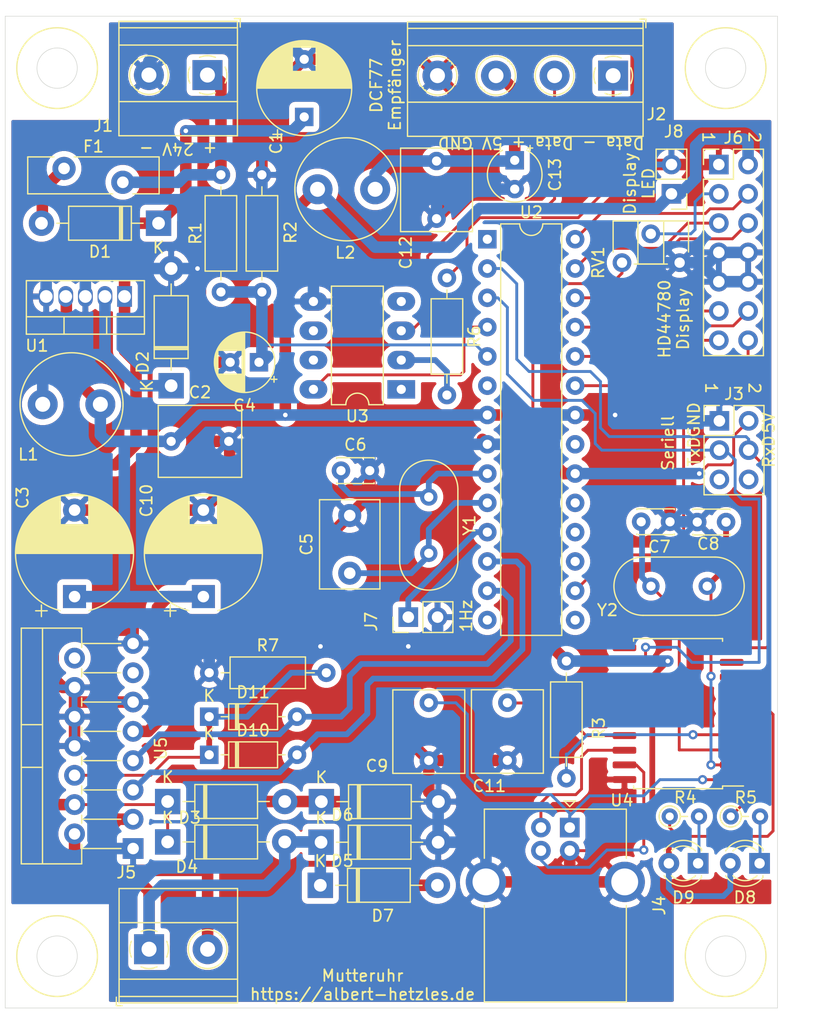
<source format=kicad_pcb>
(kicad_pcb (version 20221018) (generator pcbnew)
  (layers (0 "F.Cu" signal) (31 "B.Cu" signal) (34 "B.Paste" user) (35 "F.Paste" user) (36 "B.SilkS" user "B.Silkscreen") (37 "F.SilkS" user "F.Silkscreen") (38 "B.Mask" user) (39 "F.Mask" user) (44 "Edge.Cuts" user))
  (net 0 "")
  (net 1 "+24V")
  (net 2 "Net-(D1-Pad2)")
  (net 3 "GND")
  (net 4 "Net-(D2-Pad1)")
  (net 5 "Net-(D3-Pad2)")
  (net 6 "Net-(D4-Pad2)")
  (net 7 "Net-(U2-Pad1)")
  (net 8 "Net-(U2-Pad15)")
  (net 9 "Net-(U2-Pad17)")
  (net 10 "Net-(U2-Pad4)")
  (net 11 "Net-(U2-Pad18)")
  (net 12 "Net-(U2-Pad19)")
  (net 13 "Net-(U2-Pad6)")
  (net 14 "+5V")
  (net 15 "Net-(U2-Pad21)")
  (net 16 "Net-(C6-Pad1)")
  (net 17 "Net-(C5-Pad1)")
  (net 18 "Net-(U2-Pad14)")
  (net 19 "Net-(U4-Pad7)")
  (net 20 "Net-(U4-Pad8)")
  (net 21 "Net-(U4-Pad9)")
  (net 22 "Net-(U4-Pad11)")
  (net 23 "Net-(U4-Pad13)")
  (net 24 "Net-(U4-Pad14)")
  (net 25 "Net-(U4-Pad15)")
  (net 26 "Net-(U4-Pad16)")
  (net 27 "Net-(U5-Pad13)")
  (net 28 "Net-(U5-Pad14)")
  (net 29 "Net-(D10-Pad1)")
  (net 30 "/Ausgang_A")
  (net 31 "/Ausgang_B")
  (net 32 "/RxD")
  (net 33 "/D7")
  (net 34 "/TxD")
  (net 35 "/Spannungsausfallerkennung")
  (net 36 "/D6")
  (net 37 "/D5")
  (net 38 "/1Hz")
  (net 39 "/D4")
  (net 40 "/E")
  (net 41 "/RW")
  (net 42 "/RS")
  (net 43 "Net-(C11-Pad1)")
  (net 44 "Net-(C8-Pad1)")
  (net 45 "Net-(C7-Pad1)")
  (net 46 "Net-(R3-Pad1)")
  (net 47 "Net-(R5-Pad1)")
  (net 48 "Net-(R4-Pad1)")
  (net 49 "Net-(C9-Pad2)")
  (net 50 "Net-(J4-Pad2)")
  (net 51 "Net-(J4-Pad3)")
  (net 52 "/5V-DCF")
  (net 53 "Net-(D8-Pad1)")
  (net 54 "Net-(D9-Pad1)")
  (net 55 "Net-(F1-Pad2)")
  (net 56 "/Data-")
  (net 57 "/Data+")
  (net 58 "Net-(J3-Pad5)")
  (net 59 "Net-(J3-Pad6)")
  (net 60 "Net-(J6-Pad3)")
  (net 61 "Net-(R6-Pad2)")
  (net 62 "Net-(U3-Pad1)")
  (net 63 "Net-(U3-Pad6)")
  (net 64 "Net-(U3-Pad7)")
  (net 65 "Net-(U3-Pad4)")
  (footprint "Package_TO_SOT_THT:TO-220-5_Vertical" (layer "F.Cu") (at 163.85 42.3 180)
    (fp_text reference "U1")
    (fp_text value "GL2576-5.0TB5T")
  )
  (footprint "Package_DIP:DIP-28_W7.62mm" (layer "F.Cu") (at 195.326 37.338)
    (fp_text reference "U2")
    (fp_text value "ATmega328-PU")
  )
  (footprint "Package_SO:SOIC-20W_7.5x12.8mm_P1.27mm" (layer "F.Cu") (at 211.8741 78.4733 180)
    (fp_text reference "U4")
    (fp_text value "MCP2200-I-SO")
  )
  (footprint "Package_TO_SOT_THT:TO-220-15_P2.54x2.54mm_StaggerOdd_Lead4.58mm_Vertical" (layer "F.Cu") (at 164.592 90.17 90)
    (fp_text reference "U5")
    (fp_text value "L298HN")
  )
  (footprint "Diode_THT:D_DO-35_SOD27_P7.62mm_Horizontal" (layer "F.Cu") (at 171.196 78.74)
    (fp_text reference "D11")
    (fp_text value "1N4148")
  )
  (footprint "Capacitor_THT:CP_Radial_D8.0mm_P5.00mm" (layer "F.Cu") (at 179.4383 26.7335 90)
    (fp_text reference "C1")
    (fp_text value "1000uF / 35V")
  )
  (footprint "Capacitor_THT:CP_Radial_D10.0mm_P7.50mm" (layer "F.Cu") (at 159.512 68.326 90)
    (fp_text reference "C3")
    (fp_text value "4700uF / 10V")
  )
  (footprint "Capacitor_THT:C_Disc_D7.5mm_W5.0mm_P5.00mm" (layer "F.Cu") (at 183.388 66.294 90)
    (fp_text reference "C5")
    (fp_text value "3-60pF")
  )
  (footprint "Capacitor_THT:C_Disc_D3.0mm_W2.0mm_P2.50mm" (layer "F.Cu") (at 208.6756 61.8363)
    (fp_text reference "C7")
    (fp_text value "27pF")
  )
  (footprint "Capacitor_THT:C_Disc_D3.0mm_W2.0mm_P2.50mm" (layer "F.Cu") (at 216.0397 61.8617 180)
    (fp_text reference "C8")
    (fp_text value "27pF")
  )
  (footprint "Capacitor_THT:CP_Radial_D10.0mm_P7.50mm" (layer "F.Cu") (at 170.688 68.326 90)
    (fp_text reference "C10")
    (fp_text value "4700uF / 10V")
  )
  (footprint "Capacitor_THT:CP_Radial_Tantal_D4.5mm_P2.50mm" (layer "F.Cu") (at 197.7009 30.4927 -90)
    (fp_text reference "C13")
    (fp_text value "47uF / 10V")
  )
  (footprint "LED_THT:LED_D3.0mm_FlatTop" (layer "F.Cu") (at 218.948 91.4527 180)
    (fp_text reference "D8")
    (fp_text value "LED")
  )
  (footprint "LED_THT:LED_D3.0mm_FlatTop" (layer "F.Cu") (at 213.614 91.4527 180)
    (fp_text reference "D9")
    (fp_text value "LED")
  )
  (footprint "Connector_PinHeader_2.54mm:PinHeader_2x03_P2.54mm_Vertical" (layer "F.Cu") (at 215.46 53.086)
    (fp_text reference "J3")
    (fp_text value "Ext. Seriell Adapter")
  )
  (footprint "Connector_PinHeader_2.54mm:PinHeader_1x02_P2.54mm_Vertical" (layer "F.Cu") (at 188.468 70.104 90)
    (fp_text reference "J7")
    (fp_text value "1Hz")
  )
  (footprint "Inductor_THT:L_Radial_D8.7mm_P5.00mm_Fastron_07HCP" (layer "F.Cu") (at 156.75 51.65)
    (fp_text reference "L1")
    (fp_text value "100uH")
  )
  (footprint "Inductor_THT:L_Radial_D8.7mm_P5.00mm_Fastron_07HCP" (layer "F.Cu") (at 180.594 33.0073)
    (fp_text reference "L2")
    (fp_text value "1mH")
  )
  (footprint "Resistor_THT:R_Axial_DIN0207_L6.3mm_D2.5mm_P10.16mm_Horizontal" (layer "F.Cu") (at 175.768 41.91 90)
    (fp_text reference "R2")
    (fp_text value "8.2k")
  )
  (footprint "Resistor_THT:R_Axial_DIN0207_L6.3mm_D2.5mm_P10.16mm_Horizontal" (layer "F.Cu") (at 191.8208 40.6908 -90)
    (fp_text reference "R6")
    (fp_text value "1k")
  )
  (footprint "Resistor_THT:R_Axial_DIN0207_L6.3mm_D2.5mm_P10.16mm_Horizontal" (layer "F.Cu") (at 171.196 74.93)
    (fp_text reference "R7")
    (fp_text value "4.7k")
  )
  (footprint "Package_DIP:DIP-8_W7.62mm_LongPads" (layer "F.Cu") (at 187.8584 50.3555 180)
    (fp_text reference "U3")
    (fp_text value "6N138")
  )
  (footprint "Crystal:Crystal_HC49-U_Vertical" (layer "F.Cu") (at 209.5214 67.4243)
    (fp_text reference "Y2")
    (fp_text value "12Mhz")
  )
  (footprint "Potentiometer_THT:Potentiometer_ACP_CA6-H2,5_Horizontal" (layer "F.Cu") (at 207.01 39.37 90)
    (fp_text reference "RV1")
    (fp_text value "2k")
  )
  (footprint "Connector_USB:USB_B_OST_USB-B1HSxx_Horizontal" (layer "F.Cu") (at 202.4761 88.3539 -90)
    (fp_text reference "J4")
    (fp_text value "USB_A")
  )
  (footprint "Fuse:Fuse_Bourns_MF-RHT500" (layer "F.Cu") (at 158.6 31.2)
    (fp_text reference "F1")
    (fp_text value "Fuse")
  )
  (footprint "TerminalBlock_Phoenix:TerminalBlock_Phoenix_MKDS-1,5-2-5.08_1x02_P5.08mm_Horizontal" (layer "F.Cu") (at 171.0436 23.1013 180)
    (fp_text reference "J1")
    (fp_text value "Power 24V")
  )
  (footprint "TerminalBlock_Phoenix:TerminalBlock_Phoenix_MKDS-1,5-4-5.08_1x04_P5.08mm_Horizontal" (layer "F.Cu") (at 206.24 23.1521 180)
    (fp_text reference "J2")
    (fp_text value "DCF77 Empfänger")
  )
  (footprint "Diode_THT:D_DO-41_SOD81_P10.16mm_Horizontal" (layer "F.Cu") (at 166.8 35.95 180)
    (fp_text reference "D1")
    (fp_text value "1N5820")
  )
  (footprint "Resistor_THT:R_Axial_DIN0207_L6.3mm_D2.5mm_P10.16mm_Horizontal" (layer "F.Cu") (at 172.212 31.75 -90)
    (fp_text reference "R1")
    (fp_text value "50k")
  )
  (footprint "Crystal:Crystal_HC49-U_Vertical" (layer "F.Cu") (at 190.246 59.69 -90)
    (fp_text reference "Y1")
    (fp_text value "8Mhz")
  )
  (footprint "Diode_THT:D_DO-41_SOD81_P10.16mm_Horizontal" (layer "F.Cu") (at 167.894 50.038 90)
    (fp_text reference "D2")
    (fp_text value "1N5822")
  )
  (footprint "TerminalBlock_Phoenix:TerminalBlock_Phoenix_MKDS-1,5-2-5.08_1x02_P5.08mm_Horizontal" (layer "F.Cu") (at 165.9763 98.9)
    (fp_text reference "J5")
    (fp_text value "Uhr")
  )
  (footprint "Diode_THT:D_DO-41_SOD81_P10.16mm_Horizontal" (layer "F.Cu") (at 167.5892 89.5985)
    (fp_text reference "D4")
    (fp_text value "1N4004")
  )
  (footprint "Diode_THT:D_DO-41_SOD81_P10.16mm_Horizontal" (layer "F.Cu") (at 180.8353 93.3577)
    (fp_text reference "D7")
    (fp_text value "1N62xxCA")
  )
  (footprint "Diode_THT:D_DO-41_SOD81_P10.16mm_Horizontal" (layer "F.Cu") (at 180.8988 89.6239)
    (fp_text reference "D5")
    (fp_text value "1N4004")
  )
  (footprint "Diode_THT:D_DO-41_SOD81_P10.16mm_Horizontal" (layer "F.Cu") (at 167.5892 86.0933)
    (fp_text reference "D3")
    (fp_text value "1N4004")
  )
  (footprint "Diode_THT:D_DO-35_SOD27_P7.62mm_Horizontal" (layer "F.Cu") (at 171.196 82.042)
    (fp_text reference "D10")
    (fp_text value "1N4148")
  )
  (footprint "Capacitor_THT:CP_Radial_D5.0mm_P2.50mm" (layer "F.Cu") (at 175.514 48.006 180)
    (fp_text reference "C4")
    (fp_text value "10uF / 10V")
  )
  (footprint "Capacitor_THT:C_Disc_D3.0mm_W2.0mm_P2.50mm" (layer "F.Cu") (at 182.626 57.404)
    (fp_text reference "C6")
    (fp_text value "18pF")
  )
  (footprint "Connector_PinHeader_2.54mm:PinHeader_2x07_P2.54mm_Vertical" (layer "F.Cu") (at 215.41 30.86)
    (fp_text reference "J6")
    (fp_text value "Display")
  )
  (footprint "Resistor_THT:R_Axial_DIN0207_L6.3mm_D2.5mm_P10.16mm_Horizontal" (layer "F.Cu") (at 202.184 84.074 90)
    (fp_text reference "R3")
    (fp_text value "1k")
  )
  (footprint "Diode_THT:D_DO-41_SOD81_P10.16mm_Horizontal" (layer "F.Cu") (at 180.9242 86.106)
    (fp_text reference "D6")
    (fp_text value "1N4004")
  )
  (footprint "Resistor_THT:R_Axial_DIN0204_L3.6mm_D1.6mm_P2.54mm_Vertical" (layer "F.Cu") (at 211.1502 87.3887)
    (fp_text reference "R4")
    (fp_text value "560")
  )
  (footprint "Resistor_THT:R_Axial_DIN0204_L3.6mm_D1.6mm_P2.54mm_Vertical" (layer "F.Cu") (at 216.4461 87.3887)
    (fp_text reference "R5")
    (fp_text value "560")
  )
  (footprint "Capacitor_THT:C_Rect_L7.0mm_W6.0mm_P5.00mm" (layer "F.Cu") (at 167.894 54.864)
    (fp_text reference "C2")
    (fp_text value "1uF")
  )
  (footprint "Capacitor_THT:C_Rect_L7.0mm_W6.0mm_P5.00mm" (layer "F.Cu") (at 197.0659 82.5246 90)
    (fp_text reference "C9")
    (fp_text value "1uF")
  )
  (footprint "Capacitor_THT:C_Rect_L7.0mm_W6.0mm_P5.00mm" (layer "F.Cu") (at 190.246 77.5335 -90)
    (fp_text reference "C11")
    (fp_text value "1uF")
  )
  (footprint "Capacitor_THT:C_Rect_L7.0mm_W6.0mm_P5.00mm" (layer "F.Cu") (at 190.9191 30.5562 -90)
    (fp_text reference "C12")
    (fp_text value "1uF")
  )
  (footprint "Connector_PinHeader_2.54mm:PinHeader_1x02_P2.54mm_Vertical" (layer "F.Cu") (at 211.3 33.4 180)
    (fp_text reference "J8")
    (fp_text value "LED Display")
  )
  (gr_circle (center 216 99.5) (end 219.5 99.5) (stroke (width 0.12)) (fill none) (layer "F.SilkS"))
  (gr_circle (center 216 22.5) (end 219.5 22.5) (stroke (width 0.12)) (fill none) (layer "F.SilkS"))
  (gr_circle (center 158 99.5) (end 161.5 99.5) (stroke (width 0.12)) (fill none) (layer "F.SilkS"))
  (gr_circle (center 158 22.5) (end 161.5 22.5) (stroke (width 0.12)) (fill none) (layer "F.SilkS"))
  (gr_line (start 220.5 104) (end 153.5 104) (stroke (width 0.05)) (layer "Edge.Cuts"))
  (gr_line (start 153.5 104) (end 153.5 18) (stroke (width 0.05)) (layer "Edge.Cuts"))
  (gr_circle (center 158 99.5) (end 159.75 99.5) (stroke (width 0.05)) (fill none) (layer "Edge.Cuts"))
  (gr_line (start 153.5 18) (end 220.5 18) (stroke (width 0.05)) (layer "Edge.Cuts"))
  (gr_circle (center 216 99.5) (end 217.75 99.5) (stroke (width 0.05)) (fill none) (layer "Edge.Cuts"))
  (gr_circle (center 158 22.5) (end 159.75 22.5) (stroke (width 0.05)) (fill none) (layer "Edge.Cuts"))
  (gr_circle (center 216 22.5) (end 217.75 22.5) (stroke (width 0.05)) (fill none) (layer "Edge.Cuts"))
  (gr_line (start 220.5 18) (end 220.5 104) (stroke (width 0.05)) (layer "Edge.Cuts"))
  (gr_text "2" (at 218.5 50.25 270) (layer "F.SilkS") (effects (font (size 1 1))))
  (gr_text "5V" (at 219.75 53.25 90) (layer "F.SilkS") (effects (font (size 1 1))))
  (gr_text "1Hz" (at 193.5 70 90) (layer "F.SilkS") (effects (font (size 1 1))))
  (gr_text "Seriell" (at 211 55 90) (layer "F.SilkS") (effects (font (size 1 1))))
  (gr_text "TxD" (at 213.25 55.75 90) (layer "F.SilkS") (effects (font (size 1 1))))
  (gr_text "HD44780\nDisplay" (at 211.5 44.25 90) (layer "F.SilkS") (effects (font (size 1 1))))
  (gr_text "Display\nLED" (at 208.5 32.5 90) (layer "F.SilkS") (effects (font (size 1 1))))
  (gr_text "1" (at 214.75 50.25 270) (layer "F.SilkS") (effects (font (size 1 1))))
  (gr_text "RxD" (at 219.75 55.75 90) (layer "F.SilkS") (effects (font (size 1 1))))
  (gr_text "+ 24V -" (at 168.5 29.5 180) (layer "F.SilkS") (effects (font (size 1 1))))
  (gr_text "1" (at 214.5 28.5 270) (layer "F.SilkS") (effects (font (size 1 1))))
  (gr_text "2" (at 218.5 28.5 270) (layer "F.SilkS") (effects (font (size 1 1))))
  (gr_text "Data - Data + 5V GND" (at 200 29 180) (layer "F.SilkS") (effects (font (size 1 1))))
  (gr_text "Mutteruhr\nhttps://albert-hetzles.de" (at 184.5 102) (layer "F.SilkS") (effects (font (size 1 1))))
  (gr_text "GND" (at 213.25 53 90) (layer "F.SilkS") (effects (font (size 1 1))))
  (gr_text "DCF77\nEmpfänger" (at 186.5 24 90) (layer "F.SilkS") (effects (font (size 1 1))))
  (segment (start 169.164 27.94) (end 169.164 33.586) (width 1) (layer "F.Cu") (net 1))
  (segment (start 156.718 56.896) (end 156.21 57.404) (width 1) (layer "F.Cu") (net 1))
  (segment (start 163.068 56.896) (end 156.718 56.896) (width 1) (layer "F.Cu") (net 1))
  (segment (start 169.164 27.94) (end 169.164 27.94) (width 1) (layer "F.Cu") (net 1))
  (segment (start 164.846 48.006) (end 164.846 55.118) (width 1) (layer "F.Cu") (net 1))
  (segment (start 167.3225 86.36) (end 167.5892 86.0933) (width 0.25) (layer "F.Cu") (net 1))
  (segment (start 163.85 47.01) (end 164.846 48.006) (width 1) (layer "F.Cu") (net 1))
  (segment (start 163.85 42.3) (end 163.85 47.01) (width 1) (layer "F.Cu") (net 1))
  (segment (start 157.7213 86.36) (end 159.512 86.36) (width 1) (layer "F.Cu") (net 1))
  (segment (start 167.5892 86.0933) (end 167.5892 89.5985) (width 0.25) (layer "F.Cu") (net 1))
  (segment (start 169.164 33.586) (end 166.8 35.95) (width 1) (layer "F.Cu") (net 1))
  (segment (start 166.8 35.95) (end 164.964 35.95) (width 1) (layer "F.Cu") (net 1))
  (segment (start 159.512 86.36) (end 167.3225 86.36) (width 0.25) (layer "F.Cu") (net 1))
  (segment (start 164.846 55.118) (end 163.068 56.896) (width 1) (layer "F.Cu") (net 1))
  (segment (start 156.21 84.8487) (end 157.7213 86.36) (width 1) (layer "F.Cu") (net 1))
  (segment (start 164.964 35.95) (end 163.85 37.064) (width 1) (layer "F.Cu") (net 1))
  (segment (start 156.21 57.404) (end 156.21 84.8487) (width 1) (layer "F.Cu") (net 1))
  (segment (start 163.85 37.064) (end 163.85 42.3) (width 1) (layer "F.Cu") (net 1))
  (via (at 169.164 27.94) (size 0.8) (drill 0.4) (layers "F.Cu" "B.Cu") (net 1))
  (segment (start 178.44 27.94) (end 179.4383 26.9417) (width 1) (layer "B.Cu") (net 1))
  (segment (start 179.4383 26.9417) (end 179.4383 26.7335) (width 1) (layer "B.Cu") (net 1))
  (segment (start 169.164 27.94) (end 178.44 27.94) (width 1) (layer "B.Cu") (net 1))
  (segment (start 158.6 31.2) (end 156.718 33.082) (width 1) (layer "F.Cu") (net 2))
  (segment (start 156.718 33.082) (end 156.718 35.872) (width 1) (layer "F.Cu") (net 2))
  (segment (start 156.718 35.872) (end 156.64 35.95) (width 1) (layer "F.Cu") (net 2))
  (segment (start 180.848 72.644) (end 180.848 72.644) (width 1) (layer "F.Cu") (net 3))
  (segment (start 206.4131 52.578) (end 206.4131 53.7869) (width 1) (layer "F.Cu") (net 3))
  (segment (start 159.766 77.47) (end 159.512 77.724) (width 1) (layer "F.Cu") (net 3))
  (segment (start 195.2061 93.0639) (end 202.1361 93.0639) (width 1) (layer "F.Cu") (net 3))
  (segment (start 193.4045 33.0708) (end 193.4045 25.742) (width 1) (layer "F.Cu") (net 3))
  (segment (start 205.5117 84.1883) (end 207.2241 84.1883) (width 0.25) (layer "F.Cu") (net 3))
  (segment (start 164.592 77.47) (end 159.766 77.47) (width 1) (layer "F.Cu") (net 3))
  (segment (start 191 23.1521) (end 193.4972 25.6493) (width 1) (layer "F.Cu") (net 3))
  (segment (start 170.688 60.826) (end 172.974 58.54) (width 1) (layer "F.Cu") (net 3))
  (segment (start 173.014 48.006) (end 170.434 48.006) (width 1) (layer "F.Cu") (net 3))
  (segment (start 202.4761 90.3539) (end 204.0461 90.3539) (width 0.25) (layer "F.Cu") (net 3))
  (segment (start 188.468 80.899) (end 188.6115 80.899) (width 1) (layer "F.Cu") (net 3))
  (segment (start 164.712 60.826) (end 170.688 60.826) (width 1) (layer "F.Cu") (net 3))
  (segment (start 205 89.4) (end 205 84.7) (width 0.25) (layer "F.Cu") (net 3))
  (segment (start 164.592 71.2343) (end 164.592 60.946) (width 1) (layer "F.Cu") (net 3))
  (segment (start 189.5814 21.7335) (end 191 23.1521) (width 1) (layer "F.Cu") (net 3))
  (segment (start 185.126 59.556) (end 183.388 61.294) (width 1) (layer "F.Cu") (net 3))
  (segment (start 193.7686 20.3835) (end 207.7085 20.3835) (width 1) (layer "F.Cu") (net 3))
  (segment (start 158.496 76.2) (end 157.6578 75.3618) (width 1) (layer "F.Cu") (net 3))
  (segment (start 190.246 85.2678) (end 191.0842 86.106) (width 1) (layer "F.Cu") (net 3))
  (segment (start 157.6578 72.7202) (end 159.1437 71.2343) (width 1) (layer "F.Cu") (net 3))
  (segment (start 179.4383 21.7335) (end 189.5814 21.7335) (width 1) (layer "F.Cu") (net 3))
  (segment (start 159.512 77.724) (end 159.512 81.28) (width 1) (layer "F.Cu") (net 3))
  (segment (start 206.4 53.8) (end 206.4 57.7) (width 1) (layer "F.Cu") (net 3))
  (segment (start 197.057 82.5335) (end 197.0659 82.5246) (width 1) (layer "F.Cu") (net 3))
  (segment (start 205 84.7) (end 205.5117 84.1883) (width 0.25) (layer "F.Cu") (net 3))
  (segment (start 159.512 76.2) (end 159.512 77.724) (width 1) (layer "F.Cu") (net 3))
  (segment (start 211.1756 59.7756) (end 211.1756 61.8363) (width 1) (layer "F.Cu") (net 3))
  (segment (start 208.240001 20.915001) (end 208.240001 29.970101) (width 1) (layer "F.Cu") (net 3))
  (segment (start 191 23.1521) (end 193.7686 20.3835) (width 1) (layer "F.Cu") (net 3))
  (segment (start 211.3 30.86) (end 215.41 30.86) (width 1) (layer "F.Cu") (net 3))
  (segment (start 202.4761 90.3539) (end 202.4761 92.7239) (width 1) (layer "F.Cu") (net 3))
  (segment (start 185.126 57.404) (end 185.126 59.556) (width 1) (layer "F.Cu") (net 3))
  (segment (start 202.4761 92.7239) (end 202.1361 93.0639) (width 1) (layer "F.Cu") (net 3))
  (segment (start 164.592 72.39) (end 164.592 71.2343) (width 1) (layer "F.Cu") (net 3))
  (segment (start 172.974 58.54) (end 172.974 54.944) (width 1) (layer "F.Cu") (net 3))
  (segment (start 202.946 52.578) (end 206.4131 52.578) (width 1) (layer "F.Cu") (net 3))
  (segment (start 171.196 54.864) (end 170.434 54.102) (width 1) (layer "F.Cu") (net 3))
  (segment (start 170.434 48.006) (end 170.434 40.132) (width 1) (layer "F.Cu") (net 3))
  (segment (start 172.894 54.864) (end 171.196 54.864) (width 1) (layer "F.Cu") (net 3))
  (segment (start 211.3 30.86) (end 209.1299 30.86) (width 1) (layer "F.Cu") (net 3))
  (segment (start 183.388 61.294) (end 180.848 63.834) (width 1) (layer "F.Cu") (net 3))
  (segment (start 188.6115 80.899) (end 190.246 82.5335) (width 1) (layer "F.Cu") (net 3))
  (segment (start 164.592 60.946) (end 164.712 60.826) (width 1) (layer "F.Cu") (net 3))
  (segment (start 180.848 63.834) (end 180.848 72.644) (width 1) (layer "F.Cu") (net 3))
  (segment (start 190.246 82.5335) (end 197.057 82.5335) (width 1) (layer "F.Cu") (net 3))
  (segment (start 194.898 54.69) (end 195.326 55.118) (width 1) (layer "F.Cu") (net 3))
  (segment (start 206.4 57.7) (end 207.8 59.1) (width 1) (layer "F.Cu") (net 3))
  (segment (start 159.512 60.826) (end 164.712 60.826) (width 1) (layer "F.Cu") (net 3))
  (segment (start 172.974 54.944) (end 172.894 54.864) (width 1) (layer "F.Cu") (net 3))
  (segment (start 206.4131 52.578) (end 206.4131 52.578) (width 1) (layer "F.Cu") (net 3))
  (segment (start 159.1437 71.2343) (end 164.592 71.2343) (width 1) (layer "F.Cu") (net 3))
  (segment (start 207.7085 20.3835) (end 208.240001 20.915001) (width 1) (layer "F.Cu") (net 3))
  (segment (start 157.6578 75.3618) (end 157.6578 72.7202) (width 1) (layer "F.Cu") (net 3))
  (segment (start 159.512 76.2) (end 158.496 76.2) (width 1) (layer "F.Cu") (net 3))
  (segment (start 188.468 72.644) (end 188.468 80.899) (width 1) (layer "F.Cu") (net 3))
  (segment (start 204.0461 90.3539) (end 205 89.4) (width 0.25) (layer "F.Cu") (net 3))
  (segment (start 170.434 54.102) (end 170.434 48.006) (width 1) (layer "F.Cu") (net 3))
  (segment (start 190.9191 35.5562) (end 193.4045 33.0708) (width 1) (layer "F.Cu") (net 3))
  (segment (start 207.8 59.1) (end 210.5 59.1) (width 1) (layer "F.Cu") (net 3))
  (segment (start 210.5 59.1) (end 211.1756 59.7756) (width 1) (layer "F.Cu") (net 3))
  (segment (start 175.768 31.75) (end 175.768 25.4038) (width 1) (layer "F.Cu") (net 3))
  (segment (start 170.434 40.132) (end 170.18 39.878) (width 1) (layer "F.Cu") (net 3))
  (segment (start 202.1361 93.0639) (end 207.2461 93.0639) (width 1) (layer "F.Cu") (net 3))
  (segment (start 209.1299 30.86) (end 208.240001 29.970101) (width 1) (layer "F.Cu") (net 3))
  (segment (start 190.246 82.5335) (end 190.246 85.2678) (width 1) (layer "F.Cu") (net 3))
  (segment (start 206.4131 53.7869) (end 206.4 53.8) (width 1) (layer "F.Cu") (net 3))
  (segment (start 193.4045 25.742) (end 193.4972 25.6493) (width 1) (layer "F.Cu") (net 3))
  (segment (start 175.768 25.4038) (end 179.4383 21.7335) (width 1) (layer "F.Cu") (net 3))
  (via (at 188.468 72.644) (size 0.8) (drill 0.4) (layers "F.Cu" "B.Cu") (net 3))
  (via (at 180.848 72.644) (size 0.8) (drill 0.4) (layers "F.Cu" "B.Cu") (net 3))
  (via (at 170.18 39.878) (size 0.8) (drill 0.4) (layers "F.Cu" "B.Cu") (net 3))
  (via (at 206.4131 52.578) (size 0.8) (drill 0.4) (layers "F.Cu" "B.Cu") (net 3))
  (segment (start 170.18 39.878) (end 167.894 39.878) (width 1) (layer "B.Cu") (net 3))
  (segment (start 188.468 72.644) (end 191.008 72.644) (width 1) (layer "B.Cu") (net 3))
  (segment (start 167.7543 20.1295) (end 177.8343 20.1295) (width 1) (layer "B.Cu") (net 3))
  (segment (start 165.9603 21.9235) (end 167.7543 20.1295) (width 1) (layer "B.Cu") (net 3))
  (segment (start 177.8343 20.1295) (end 179.4383 21.7335) (width 1) (layer "B.Cu") (net 3))
  (segment (start 165.9603 23.0095) (end 165.9603 21.9235) (width 1) (layer "B.Cu") (net 3))
  (segment (start 160.4518 81.28) (end 159.512 81.28) (width 1) (layer "B.Cu") (net 3))
  (segment (start 173.148 55.118) (end 172.894 54.864) (width 1) (layer "B.Cu") (net 3))
  (segment (start 206.9211 53.086) (end 206.4131 52.578) (width 1) (layer "B.Cu") (net 3))
  (segment (start 191.008 72.644) (end 191.008 70.104) (width 1) (layer "B.Cu") (net 3))
  (segment (start 197.7009 32.9927) (end 191.6449 32.9927) (width 1) (layer "B.Cu") (net 3))
  (segment (start 161.112001 81.940201) (end 160.4518 81.28) (width 1) (layer "B.Cu") (net 3))
  (segment (start 171.958 72.644) (end 171.196 73.406) (width 1) (layer "B.Cu") (net 3))
  (segment (start 214.52 39.37) (end 215.41 38.48) (width 1) (layer "B.Cu") (net 3))
  (segment (start 185.166 55.118) (end 173.148 55.118) (width 1) (layer "B.Cu") (net 3))
  (segment (start 180.848 72.644) (end 171.958 72.644) (width 1) (layer "B.Cu") (net 3))
  (segment (start 160.02 39.878) (end 158.496 39.878) (width 1) (layer "B.Cu") (net 3))
  (segment (start 213.5143 61.8363) (end 213.5397 61.8617) (width 1) (layer "B.Cu") (net 3))
  (segment (start 215.41 38.48) (end 217.95 38.48) (width 1) (layer "B.Cu") (net 3))
  (segment (start 206.4131 43.2054) (end 210.2485 39.37) (width 1) (layer "B.Cu") (net 3))
  (segment (start 211.201 61.8617) (end 211.1756 61.8363) (width 1) (layer "B.Cu") (net 3))
  (segment (start 215.46 53.086) (end 206.9211 53.086) (width 1) (layer "B.Cu") (net 3))
  (segment (start 161.8869 90.17) (end 161.112001 89.395101) (width 1) (layer "B.Cu") (net 3))
  (segment (start 212.01 39.37) (end 214.28 39.37) (width 1) (layer "B.Cu") (net 3))
  (segment (start 175.378 39.878) (end 179.628 39.878) (width 1) (layer "B.Cu") (net 3))
  (segment (start 157.734 39.878) (end 158.496 39.878) (width 1) (layer "B.Cu") (net 3))
  (segment (start 191.0588 86.1314) (end 191.0842 86.106) (width 1) (layer "B.Cu") (net 3))
  (segment (start 191.0588 89.6239) (end 191.0588 86.1314) (width 1) (layer "B.Cu") (net 3))
  (segment (start 211.1756 61.8363) (end 213.5143 61.8363) (width 1) (layer "B.Cu") (net 3))
  (segment (start 214.28 39.37) (end 214.52 39.37) (width 1) (layer "B.Cu") (net 3))
  (segment (start 185.126 57.404) (end 185.126 55.158) (width 1) (layer "B.Cu") (net 3))
  (segment (start 191.0588 89.6239) (end 193.9036 89.6239) (width 1) (layer "B.Cu") (net 3))
  (segment (start 175.768 31.75) (end 175.768 39.488) (width 1) (layer "B.Cu") (net 3))
  (segment (start 170.18 39.878) (end 175.378 39.878) (width 1) (layer "B.Cu") (net 3))
  (segment (start 195.326 55.118) (end 198.482 55.118) (width 1) (layer "B.Cu") (net 3))
  (segment (start 161.112001 89.395101) (end 161.112001 81.940201) (width 1) (layer "B.Cu") (net 3))
  (segment (start 198.482 55.118) (end 201.022 52.578) (width 1) (layer "B.Cu") (net 3))
  (segment (start 185.126 55.158) (end 185.166 55.118) (width 1) (layer "B.Cu") (net 3))
  (segment (start 195.2061 90.9264) (end 195.2061 93.0639) (width 1) (layer "B.Cu") (net 3))
  (segment (start 190.9191 33.7185) (end 190.9191 35.5562) (width 1) (layer "B.Cu") (net 3))
  (segment (start 214.28 39.89) (end 214.28 39.37) (width 1) (layer "B.Cu") (net 3))
  (segment (start 180.848 72.644) (end 188.468 72.644) (width 1) (layer "B.Cu") (net 3))
  (segment (start 157.05 42.3) (end 157.05 40.562) (width 1) (layer "B.Cu") (net 3))
  (segment (start 164.592 90.17) (end 161.8869 90.17) (width 1) (layer "B.Cu") (net 3))
  (segment (start 160.45 42.3) (end 160.45 40.308) (width 1) (layer "B.Cu") (net 3))
  (segment (start 160.45 40.308) (end 160.02 39.878) (width 1) (layer "B.Cu") (net 3))
  (segment (start 179.628 39.878) (end 180.2384 40.4884) (width 1) (layer "B.Cu") (net 3))
  (segment (start 171.196 73.406) (end 171.196 74.93) (width 1) (layer "B.Cu") (net 3))
  (segment (start 191.6449 32.9927) (end 190.9191 33.7185) (width 1) (layer "B.Cu") (net 3))
  (segment (start 180.2384 40.4884) (end 180.2384 42.7355) (width 1) (layer "B.Cu") (net 3))
  (segment (start 195.326 55.118) (end 185.166 55.118) (width 1) (layer "B.Cu") (net 3))
  (segment (start 217.95 41.02) (end 215.41 41.02) (width 1) (layer "B.Cu") (net 3))
  (segment (start 215.41 41.02) (end 214.28 39.89) (width 1) (layer "B.Cu") (net 3))
  (segment (start 206.4131 52.578) (end 206.4131 43.2054) (width 1) (layer "B.Cu") (net 3))
  (segment (start 193.9036 89.6239) (end 195.2061 90.9264) (width 1) (layer "B.Cu") (net 3))
  (segment (start 210.2485 39.37) (end 212.01 39.37) (width 1) (layer "B.Cu") (net 3))
  (segment (start 157.05 40.562) (end 157.734 39.878) (width 1) (layer "B.Cu") (net 3))
  (segment (start 167.894 39.878) (end 160.02 39.878) (width 1) (layer "B.Cu") (net 3))
  (segment (start 175.768 39.488) (end 175.378 39.878) (width 1) (layer "B.Cu") (net 3))
  (segment (start 201.022 52.578) (end 202.946 52.578) (width 1) (layer "B.Cu") (net 3))
  (segment (start 162.15 47.342) (end 158.758 47.342) (width 1) (layer "B.Cu") (net 4))
  (segment (start 156.75 49.35) (end 156.75 51.65) (width 1) (layer "B.Cu") (net 4))
  (segment (start 164.846 50.038) (end 167.894 50.038) (width 1) (layer "B.Cu") (net 4))
  (segment (start 162.15 47.342) (end 164.846 50.038) (width 1) (layer "B.Cu") (net 4))
  (segment (start 158.758 47.342) (end 156.75 49.35) (width 1) (layer "B.Cu") (net 4))
  (segment (start 162.15 42.3) (end 162.15 47.342) (width 1) (layer "B.Cu") (net 4))
  (segment (start 171.7929 86.0933) (end 173.3804 86.0933) (width 1) (layer "F.Cu") (net 5))
  (segment (start 185.9407 87.0458) (end 185.9407 92.6084) (width 1) (layer "F.Cu") (net 5))
  (segment (start 173.3804 86.0933) (end 177.7492 86.0933) (width 1) (layer "F.Cu") (net 5))
  (segment (start 171.0563 91.948) (end 171.0563 86.8299) (width 1) (layer "F.Cu") (net 5))
  (segment (start 185.9407 92.6084) (end 186.69 93.3577) (width 1) (layer "F.Cu") (net 5))
  (segment (start 170.942 92.0623) (end 171.0563 91.948) (width 1) (layer "F.Cu") (net 5))
  (segment (start 163.1061 92.0623) (end 170.942 92.0623) (width 1) (layer "F.Cu") (net 5))
  (segment (start 185.0009 86.106) (end 185.9407 87.0458) (width 1) (layer "F.Cu") (net 5))
  (segment (start 177.7492 86.0933) (end 180.9115 86.0933) (width 1) (layer "F.Cu") (net 5))
  (segment (start 171.0563 98.9) (end 171.0563 91.948) (width 1) (layer "F.Cu") (net 5))
  (segment (start 180.9242 86.106) (end 185.0009 86.106) (width 1) (layer "F.Cu") (net 5))
  (segment (start 186.69 93.3577) (end 190.9953 93.3577) (width 1) (layer "F.Cu") (net 5))
  (segment (start 163.319208 87.63) (end 162.4584 88.490808) (width 1) (layer "F.Cu") (net 5))
  (segment (start 164.592 87.63) (end 163.319208 87.63) (width 1) (layer "F.Cu") (net 5))
  (segment (start 171.0563 86.8299) (end 171.7929 86.0933) (width 1) (layer "F.Cu") (net 5))
  (segment (start 180.9115 86.0933) (end 180.9242 86.106) (width 1) (layer "F.Cu") (net 5))
  (segment (start 162.4584 88.490808) (end 162.4584 91.4146) (width 1) (layer "F.Cu") (net 5))
  (segment (start 162.4584 91.4146) (end 163.1061 92.0623) (width 1) (layer "F.Cu") (net 5))
  (segment (start 177.7492 86.6394) (end 177.7492 86.0933) (width 0.25) (layer "B.Cu") (net 5))
  (segment (start 159.512 90.5129) (end 162.3187 93.3196) (width 1) (layer "F.Cu") (net 6))
  (segment (start 165.9763 93.8784) (end 165.9763 98.9) (width 1) (layer "F.Cu") (net 6))
  (segment (start 162.3187 93.3196) (end 165.4175 93.3196) (width 1) (layer "F.Cu") (net 6))
  (segment (start 165.4175 93.3196) (end 165.9763 93.8784) (width 1) (layer "F.Cu") (net 6))
  (segment (start 159.512 88.9) (end 159.512 90.5129) (width 1) (layer "F.Cu") (net 6))
  (segment (start 180.8353 89.6874) (end 180.8988 89.6239) (width 1) (layer "B.Cu") (net 6))
  (segment (start 177.7492 89.5985) (end 180.8734 89.5985) (width 1) (layer "B.Cu") (net 6))
  (segment (start 177.7492 89.5985) (end 177.7492 91.7321) (width 1) (layer "B.Cu") (net 6))
  (segment (start 165.9763 94.5261) (end 165.9763 98.9) (width 1) (layer "B.Cu") (net 6))
  (segment (start 180.8734 89.5985) (end 180.8988 89.6239) (width 1) (layer "B.Cu") (net 6))
  (segment (start 176.1236 93.3577) (end 167.1447 93.3577) (width 1) (layer "B.Cu") (net 6))
  (segment (start 167.1447 93.3577) (end 165.9763 94.5261) (width 1) (layer "B.Cu") (net 6))
  (segment (start 180.8353 93.3577) (end 180.8353 89.6874) (width 1) (layer "B.Cu") (net 6))
  (segment (start 177.7492 91.7321) (end 176.1236 93.3577) (width 1) (layer "B.Cu") (net 6))
  (segment (start 193.742 44.958) (end 195.326 44.958) (width 0.25) (layer "F.Cu") (net 10))
  (segment (start 193.3 45.4) (end 193.742 44.958) (width 0.25) (layer "F.Cu") (net 10))
  (segment (start 181.4939 49.1) (end 193 49.1) (width 0.25) (layer "F.Cu") (net 10))
  (segment (start 180.2384 50.3555) (end 180.3945 50.3555) (width 0.25) (layer "F.Cu") (net 10))
  (segment (start 193.3 48.8) (end 193.3 45.4) (width 0.25) (layer "F.Cu") (net 10))
  (segment (start 180.2384 50.3555) (end 181.4939 49.1) (width 0.25) (layer "F.Cu") (net 10))
  (segment (start 193 49.1) (end 193.3 48.8) (width 0.25) (layer "F.Cu") (net 10))
  (segment (start 199.278 52.578) (end 199.278 42.1236) (width 0.25) (layer "F.Cu") (net 14))
  (segment (start 167.6654 68.326) (end 170.688 68.326) (width 1) (layer "F.Cu") (net 14))
  (segment (start 214.4736 56.9) (end 213.7156 57.658) (width 0.25) (layer "F.Cu") (net 14))
  (segment (start 211.0486 73.9766) (end 210.986 73.914) (width 0.25) (layer "F.Cu") (net 14))
  (segment (start 202.184 73.914) (end 201.1 72.83) (width 1) (layer "F.Cu") (net 14))
  (segment (start 164.592 80.01) (end 165.9001 80.01) (width 1) (layer "F.Cu") (net 14))
  (segment (start 177.8 52.578) (end 177.8 35.7) (width 1) (layer "F.Cu") (net 14))
  (segment (start 211.074 89.9287) (end 209.6389 88.4936) (width 0.5) (layer "F.Cu") (net 14))
  (segment (start 161.75 51.65) (end 158.8 48.7) (width 1) (layer "F.Cu") (net 14))
  (segment (start 216.7 54.386) (end 216.7 56.65) (width 0.25) (layer "F.Cu") (net 14))
  (segment (start 201.1 57) (end 201.2 56.9) (width 1) (layer "F.Cu") (net 14))
  (segment (start 209.6389 75.2611) (end 210.986 73.914) (width 0.5) (layer "F.Cu") (net 14))
  (segment (start 177.8 35.7) (end 180.4927 33.0073) (width 1) (layer "F.Cu") (net 14))
  (segment (start 166.7002 69.2912) (end 167.6654 68.326) (width 1) (layer "F.Cu") (net 14))
  (segment (start 211.074 91.4527) (end 211.074 89.9287) (width 0.5) (layer "F.Cu") (net 14))
  (segment (start 216.45 56.9) (end 214.4736 56.9) (width 0.25) (layer "F.Cu") (net 14))
  (segment (start 158.8 42.35) (end 158.75 42.3) (width 1) (layer "F.Cu") (net 14))
  (segment (start 200.2155 41.1861) (end 206.1083 41.1861) (width 0.25) (layer "F.Cu") (net 14))
  (segment (start 200.5 53.8) (end 200.5 56.2) (width 1) (layer "F.Cu") (net 14))
  (segment (start 209.6389 88.4936) (end 209.6389 75.2611) (width 0.5) (layer "F.Cu") (net 14))
  (segment (start 199.278 52.578) (end 200.5 53.8) (width 1) (layer "F.Cu") (net 14))
  (segment (start 201.2 56.9) (end 201.958 57.658) (width 1) (layer "F.Cu") (net 14))
  (segment (start 165.9001 80.01) (end 166.7002 79.2099) (width 1) (layer "F.Cu") (net 14))
  (segment (start 166.7002 79.2099) (end 166.7002 69.2912) (width 1) (layer "F.Cu") (net 14))
  (segment (start 195.326 52.578) (end 199.278 52.578) (width 1) (layer "F.Cu") (net 14))
  (segment (start 216.7 56.65) (end 216.45 56.9) (width 0.25) (layer "F.Cu") (net 14))
  (segment (start 199.278 42.1236) (end 200.2155 41.1861) (width 0.25) (layer "F.Cu") (net 14))
  (segment (start 180.4927 33.0073) (end 180.594 33.0073) (width 1) (layer "F.Cu") (net 14))
  (segment (start 158.8 48.7) (end 158.8 42.35) (width 1) (layer "F.Cu") (net 14))
  (segment (start 207.01 40.2844) (end 207.01 39.37) (width 0.25) (layer "F.Cu") (net 14))
  (segment (start 201.1 72.83) (end 201.1 57) (width 1) (layer "F.Cu") (net 14))
  (segment (start 218 53.086) (end 216.7 54.386) (width 0.25) (layer "F.Cu") (net 14))
  (segment (start 206.1083 41.1861) (end 207.01 40.2844) (width 0.25) (layer "F.Cu") (net 14))
  (segment (start 201.958 57.658) (end 202.946 57.658) (width 1) (layer "F.Cu") (net 14))
  (segment (start 200.5 56.2) (end 201.2 56.9) (width 1) (layer "F.Cu") (net 14))
  (via (at 177.8 52.578) (size 0.8) (drill 0.4) (layers "F.Cu" "B.Cu") (net 14))
  (via (at 213.7156 57.658) (size 0.8) (drill 0.4) (layers "F.Cu" "B.Cu") (net 14))
  (via (at 210.986 73.914) (size 0.8) (drill 0.4) (layers "F.Cu" "B.Cu") (net 14))
  (segment (start 177.8 52.578) (end 170.434 52.578) (width 1) (layer "B.Cu") (net 14))
  (segment (start 210.986 73.914) (end 210.986 73.914) (width 1) (layer "B.Cu") (net 14))
  (segment (start 213.7156 57.658) (end 213.7156 57.658) (width 1) (layer "B.Cu") (net 14))
  (segment (start 193.1797 36.1442) (end 194.6402 34.6837) (width 1) (layer "B.Cu") (net 14))
  (segment (start 195.326 52.578) (end 177.8 52.578) (width 1) (layer "B.Cu") (net 14))
  (segment (start 216.408 93.7006) (end 216.408 91.4527) (width 0.5) (layer "B.Cu") (net 14))
  (segment (start 164.084 68.326) (end 170.688 68.326) (width 1) (layer "B.Cu") (net 14))
  (segment (start 161.75 51.65) (end 161.75 54.308) (width 1) (layer "B.Cu") (net 14))
  (segment (start 217.6 28.65) (end 217.95 29) (width 1) (layer "B.Cu") (net 14))
  (segment (start 212.05 33.4) (end 213.4 32.05) (width 1) (layer "B.Cu") (net 14))
  (segment (start 217.95 29) (end 217.95 30.86) (width 1) (layer "B.Cu") (net 14))
  (segment (start 159.512 68.326) (end 159.004 68.326) (width 1) (layer "B.Cu") (net 14))
  (segment (start 159.512 68.326) (end 164.084 68.326) (width 1) (layer "B.Cu") (net 14))
  (segment (start 211.074 91.4527) (end 211.074 93.5863) (width 0.5) (layer "B.Cu") (net 14))
  (segment (start 163.83 68.072) (end 164.084 68.326) (width 1) (layer "B.Cu") (net 14))
  (segment (start 163.83 54.864) (end 167.894 54.864) (width 1) (layer "B.Cu") (net 14))
  (segment (start 211.3 33.4) (end 212.05 33.4) (width 1) (layer "B.Cu") (net 14))
  (segment (start 215.8111 94.2975) (end 216.408 93.7006) (width 0.5) (layer "B.Cu") (net 14))
  (segment (start 202.946 57.658) (end 213.7156 57.658) (width 1) (layer "B.Cu") (net 14))
  (segment (start 211.7852 94.2975) (end 215.8111 94.2975) (width 0.5) (layer "B.Cu") (net 14))
  (segment (start 180.594 33.0073) (end 185.6105 38.0238) (width 1) (layer "B.Cu") (net 14))
  (segment (start 210.0163 34.6837) (end 211.3 33.4) (width 1) (layer "B.Cu") (net 14))
  (segment (start 161.75 54.308) (end 162.306 54.864) (width 1) (layer "B.Cu") (net 14))
  (segment (start 192.024 38.0238) (end 193.1797 36.8681) (width 1) (layer "B.Cu") (net 14))
  (segment (start 193.1797 36.8681) (end 193.1797 36.1442) (width 1) (layer "B.Cu") (net 14))
  (segment (start 213.4 29.25) (end 214 28.65) (width 1) (layer "B.Cu") (net 14))
  (segment (start 194.6402 34.6837) (end 210.0163 34.6837) (width 1) (layer "B.Cu") (net 14))
  (segment (start 213.4 32.05) (end 213.4 29.25) (width 1) (layer "B.Cu") (net 14))
  (segment (start 214 28.65) (end 217.6 28.65) (width 1) (layer "B.Cu") (net 14))
  (segment (start 185.6105 38.0238) (end 192.024 38.0238) (width 1) (layer "B.Cu") (net 14))
  (segment (start 163.83 54.864) (end 163.83 68.072) (width 1) (layer "B.Cu") (net 14))
  (segment (start 162.306 54.864) (end 163.83 54.864) (width 1) (layer "B.Cu") (net 14))
  (segment (start 170.434 52.578) (end 168.148 54.864) (width 1) (layer "B.Cu") (net 14))
  (segment (start 168.148 54.864) (end 167.894 54.864) (width 1) (layer "B.Cu") (net 14))
  (segment (start 202.184 73.914) (end 210.986 73.914) (width 1) (layer "B.Cu") (net 14))
  (segment (start 211.074 93.5863) (end 211.7852 94.2975) (width 0.5) (layer "B.Cu") (net 14))
  (segment (start 191.008 57.658) (end 190.246 58.42) (width 0.5) (layer "B.Cu") (net 16))
  (segment (start 190.246 58.42) (end 190.246 59.69) (width 0.5) (layer "B.Cu") (net 16))
  (segment (start 182.626 57.404) (end 182.626 58.674) (width 0.5) (layer "B.Cu") (net 16))
  (segment (start 189.992 59.436) (end 190.246 59.69) (width 0.5) (layer "B.Cu") (net 16))
  (segment (start 182.626 58.674) (end 183.388 59.436) (width 0.5) (layer "B.Cu") (net 16))
  (segment (start 183.388 59.436) (end 189.992 59.436) (width 0.5) (layer "B.Cu") (net 16))
  (segment (start 195.326 57.658) (end 191.008 57.658) (width 0.5) (layer "B.Cu") (net 16))
  (segment (start 188.722 66.294) (end 190.246 64.77) (width 0.5) (layer "B.Cu") (net 17))
  (segment (start 190.246 64.77) (end 190.246 64.57) (width 0.5) (layer "B.Cu") (net 17))
  (segment (start 183.388 66.294) (end 188.722 66.294) (width 0.5) (layer "B.Cu") (net 17))
  (segment (start 190.246 62.484) (end 190.246 64.57) (width 0.5) (layer "B.Cu") (net 17))
  (segment (start 195.326 60.198) (end 192.532 60.198) (width 0.5) (layer "B.Cu") (net 17))
  (segment (start 192.532 60.198) (end 190.246 62.484) (width 0.5) (layer "B.Cu") (net 17))
  (segment (start 170.9801 82.2579) (end 171.196 82.042) (width 0.25) (layer "F.Cu") (net 29))
  (segment (start 171.196 78.74) (end 171.196 82.042) (width 0.5) (layer "F.Cu") (net 29))
  (segment (start 167.6781 82.2579) (end 170.9801 82.2579) (width 0.25) (layer "F.Cu") (net 29))
  (segment (start 159.512 83.82) (end 166.116 83.82) (width 0.25) (layer "F.Cu") (net 29))
  (segment (start 166.116 83.82) (end 167.6781 82.2579) (width 0.25) (layer "F.Cu") (net 29))
  (segment (start 178.308 74.93) (end 174.498 78.74) (width 0.5) (layer "B.Cu") (net 29))
  (segment (start 174.498 78.74) (end 171.196 78.74) (width 0.5) (layer "B.Cu") (net 29))
  (segment (start 181.356 74.93) (end 178.308 74.93) (width 0.5) (layer "B.Cu") (net 29))
  (segment (start 166.116 83.566) (end 164.592 85.09) (width 0.5) (layer "B.Cu") (net 30))
  (segment (start 197.866 65.278) (end 195.326 65.278) (width 0.5) (layer "B.Cu") (net 30))
  (segment (start 178.816 82.042) (end 177.292 83.566) (width 0.5) (layer "B.Cu") (net 30))
  (segment (start 198.374 65.786) (end 197.866 65.278) (width 0.5) (layer "B.Cu") (net 30))
  (segment (start 177.292 83.566) (end 166.116 83.566) (width 0.5) (layer "B.Cu") (net 30))
  (segment (start 183.134 80.264) (end 184.912 78.486) (width 0.5) (layer "B.Cu") (net 30))
  (segment (start 180.594 80.264) (end 183.134 80.264) (width 0.5) (layer "B.Cu") (net 30))
  (segment (start 184.912 75.946) (end 185.42 75.438) (width 0.5) (layer "B.Cu") (net 30))
  (segment (start 178.816 82.042) (end 180.594 80.264) (width 0.5) (layer "B.Cu") (net 30))
  (segment (start 185.42 75.438) (end 195.834 75.438) (width 0.5) (layer "B.Cu") (net 30))
  (segment (start 198.374 72.898) (end 198.374 65.786) (width 0.5) (layer "B.Cu") (net 30))
  (segment (start 195.834 75.438) (end 198.374 72.898) (width 0.5) (layer "B.Cu") (net 30))
  (segment (start 184.912 78.486) (end 184.912 75.946) (width 0.5) (layer "B.Cu") (net 30))
  (segment (start 166.878 80.264) (end 164.592 82.55) (width 0.5) (layer "B.Cu") (net 31))
  (segment (start 183.388 75.184) (end 184.404 74.168) (width 0.5) (layer "B.Cu") (net 31))
  (segment (start 184.404 74.168) (end 195.326 74.168) (width 0.5) (layer "B.Cu") (net 31))
  (segment (start 178.816 78.74) (end 177.292 80.264) (width 0.5) (layer "B.Cu") (net 31))
  (segment (start 182.626 78.74) (end 183.388 77.978) (width 0.5) (layer "B.Cu") (net 31))
  (segment (start 178.816 78.74) (end 182.626 78.74) (width 0.5) (layer "B.Cu") (net 31))
  (segment (start 197.358 68.58) (end 196.596 67.818) (width 0.5) (layer "B.Cu") (net 31))
  (segment (start 197.358 72.136) (end 197.358 68.58) (width 0.5) (layer "B.Cu") (net 31))
  (segment (start 183.388 77.978) (end 183.388 75.184) (width 0.5) (layer "B.Cu") (net 31))
  (segment (start 177.292 80.264) (end 166.878 80.264) (width 0.5) (layer "B.Cu") (net 31))
  (segment (start 196.596 67.818) (end 195.326 67.818) (width 0.5) (layer "B.Cu") (net 31))
  (segment (start 195.326 74.168) (end 197.358 72.136) (width 0.5) (layer "B.Cu") (net 31))
  (segment (start 216.5241 72.7583) (end 219.5576 72.7583) (width 0.25) (layer "F.Cu") (net 32))
  (segment (start 219.8 57.426) (end 218 55.626) (width 0.25) (layer "F.Cu") (net 32))
  (segment (start 219.5576 72.7583) (end 219.5576 72.7424) (width 0.25) (layer "F.Cu") (net 32))
  (segment (start 219.5576 72.7424) (end 219.8 72.5) (width 0.25) (layer "F.Cu") (net 32))
  (segment (start 219.8 72.5) (end 219.8 57.426) (width 0.25) (layer "F.Cu") (net 32))
  (segment (start 218 55.626) (end 218 54.678) (width 0.25) (layer "B.Cu") (net 32))
  (segment (start 205.1431 49.6824) (end 204.2668 48.8061) (width 0.25) (layer "B.Cu") (net 32))
  (segment (start 198.9455 48.8061) (end 197.8787 47.7393) (width 0.25) (layer "B.Cu") (net 32))
  (segment (start 218 54.678) (end 217.772999 54.450999) (width 0.25) (layer "B.Cu") (net 32))
  (segment (start 197.8787 41.1988) (end 196.5579 39.878) (width 0.25) (layer "B.Cu") (net 32))
  (segment (start 205.899001 54.450999) (end 205.1431 53.695098) (width 0.25) (layer "B.Cu") (net 32))
  (segment (start 217.772999 54.450999) (end 205.899001 54.450999) (width 0.25) (layer "B.Cu") (net 32))
  (segment (start 205.1431 53.695098) (end 205.1431 49.6824) (width 0.25) (layer "B.Cu") (net 32))
  (segment (start 204.2668 48.8061) (end 198.9455 48.8061) (width 0.25) (layer "B.Cu") (net 32))
  (segment (start 196.5579 39.878) (end 195.326 39.878) (width 0.25) (layer "B.Cu") (net 32))
  (segment (start 197.8787 47.7393) (end 197.8787 41.1988) (width 0.25) (layer "B.Cu") (net 32))
  (segment (start 217.95 47.48) (end 217.0176 48.4124) (width 0.25) (layer "F.Cu") (net 33))
  (segment (start 202.946 67.818) (end 206.0575 64.7065) (width 0.25) (layer "F.Cu") (net 33))
  (segment (start 212.3567 63.9191) (end 212.3567 48.9712) (width 0.25) (layer "F.Cu") (net 33))
  (segment (start 212.9155 48.4124) (end 217.0176 48.4124) (width 0.25) (layer "F.Cu") (net 33))
  (segment (start 212.3567 48.9712) (end 212.9155 48.4124) (width 0.25) (layer "F.Cu") (net 33))
  (segment (start 211.5693 64.7065) (end 212.3567 63.9191) (width 0.25) (layer "F.Cu") (net 33))
  (segment (start 217.95 46.1) (end 217.95 47.48) (width 0.25) (layer "F.Cu") (net 33))
  (segment (start 206.0575 64.7065) (end 211.5693 64.7065) (width 0.25) (layer "F.Cu") (net 33))
  (segment (start 209.042 74.0283) (end 209.0547 74.0156) (width 0.25) (layer "F.Cu") (net 34))
  (segment (start 209.0547 74.0156) (end 209.0547 72.7202) (width 0.25) (layer "F.Cu") (net 34))
  (segment (start 207.2241 74.0283) (end 209.042 74.0283) (width 0.25) (layer "F.Cu") (net 34))
  (via (at 209.0547 72.7202) (size 0.8) (drill 0.4) (layers "F.Cu" "B.Cu") (net 34))
  (segment (start 209.0547 72.7202) (end 209.0547 72.7202) (width 0.25) (layer "B.Cu") (net 34))
  (segment (start 217.416902 59.866902) (end 216.824999 59.274999) (width 0.25) (layer "B.Cu") (net 34))
  (segment (start 197.0659 49.0347) (end 197.0659 43.2435) (width 0.25) (layer "B.Cu") (net 34))
  (segment (start 205.2574 55.626) (end 204.6859 55.0545) (width 0.25) (layer "B.Cu") (net 34))
  (segment (start 216.824999 59.274999) (end 216.824999 56.474999) (width 0.25) (layer "B.Cu") (net 34))
  (segment (start 203.5429 51.308) (end 199.3392 51.308) (width 0.25) (layer "B.Cu") (net 34))
  (segment (start 218.9099 59.866902) (end 217.416902 59.866902) (width 0.25) (layer "B.Cu") (net 34))
  (segment (start 199.3392 51.308) (end 197.0659 49.0347) (width 0.25) (layer "B.Cu") (net 34))
  (segment (start 216.824999 56.474999) (end 215.976 55.626) (width 0.25) (layer "B.Cu") (net 34))
  (segment (start 196.2404 42.418) (end 195.326 42.418) (width 0.25) (layer "B.Cu") (net 34))
  (segment (start 213.0806 74.0283) (end 211.7725 72.7202) (width 0.25) (layer "B.Cu") (net 34))
  (segment (start 218.9099 74.0283) (end 213.0806 74.0283) (width 0.25) (layer "B.Cu") (net 34))
  (segment (start 215.46 55.626) (end 205.2574 55.626) (width 0.25) (layer "B.Cu") (net 34))
  (segment (start 197.0659 43.2435) (end 196.2404 42.418) (width 0.25) (layer "B.Cu") (net 34))
  (segment (start 215.976 55.626) (end 215.46 55.626) (width 0.25) (layer "B.Cu") (net 34))
  (segment (start 211.7725 72.7202) (end 209.0547 72.7202) (width 0.25) (layer "B.Cu") (net 34))
  (segment (start 218.9099 59.866902) (end 218.9099 74.0283) (width 0.25) (layer "B.Cu") (net 34))
  (segment (start 204.6859 52.451) (end 203.5429 51.308) (width 0.25) (layer "B.Cu") (net 34))
  (segment (start 204.6859 55.0545) (end 204.6859 52.451) (width 0.25) (layer "B.Cu") (net 34))
  (segment (start 175.768 47.752) (end 175.514 48.006) (width 1) (layer "B.Cu") (net 35))
  (segment (start 172.212 41.91) (end 175.768 41.91) (width 1) (layer "B.Cu") (net 35))
  (segment (start 194.328 46.5) (end 195.326 47.498) (width 0.25) (layer "B.Cu") (net 35))
  (segment (start 175.514 46.956) (end 175.97 46.5) (width 0.25) (layer "B.Cu") (net 35))
  (segment (start 175.768 41.91) (end 175.768 47.752) (width 1) (layer "B.Cu") (net 35))
  (segment (start 175.514 48.006) (end 175.768 48.006) (width 1) (layer "B.Cu") (net 35))
  (segment (start 175.97 46.5) (end 194.328 46.5) (width 0.25) (layer "B.Cu") (net 35))
  (segment (start 175.768 48.006) (end 176.276 47.498) (width 1) (layer "B.Cu") (net 35))
  (segment (start 175.514 48.006) (end 175.514 46.956) (width 0.25) (layer "B.Cu") (net 35))
  (segment (start 213.2594 46.1) (end 209.3214 50.038) (width 0.25) (layer "F.Cu") (net 36))
  (segment (start 215.41 46.1) (end 213.2594 46.1) (width 0.25) (layer "F.Cu") (net 36))
  (segment (start 209.3214 50.038) (end 202.946 50.038) (width 0.25) (layer "F.Cu") (net 36))
  (segment (start 216.66 44.85) (end 212.7822 44.85) (width 0.25) (layer "F.Cu") (net 37))
  (segment (start 217.95 43.56) (end 216.66 44.85) (width 0.25) (layer "F.Cu") (net 37))
  (segment (start 202.946 47.498) (end 210.1342 47.498) (width 0.25) (layer "F.Cu") (net 37))
  (segment (start 210.1342 47.498) (end 212.2911 45.3411) (width 0.25) (layer "F.Cu") (net 37))
  (segment (start 212.2911 45.3411) (end 212.4075 45.2247) (width 0.25) (layer "F.Cu") (net 37))
  (segment (start 212.7822 44.85) (end 212.2911 45.3411) (width 0.25) (layer "F.Cu") (net 37))
  (segment (start 194.31 62.738) (end 195.326 62.738) (width 0.5) (layer "B.Cu") (net 38))
  (segment (start 188.468 68.58) (end 194.31 62.738) (width 0.5) (layer "B.Cu") (net 38))
  (segment (start 188.468 70.104) (end 188.468 68.58) (width 0.5) (layer "B.Cu") (net 38))
  (segment (start 215.41 43.56) (end 212.2307 43.56) (width 0.25) (layer "F.Cu") (net 39))
  (segment (start 210.8327 44.958) (end 202.946 44.958) (width 0.25) (layer "F.Cu") (net 39))
  (segment (start 212.2307 43.56) (end 210.8327 44.958) (width 0.25) (layer "F.Cu") (net 39))
  (segment (start 217.95 35.94) (end 216.59 37.3) (width 0.25) (layer "F.Cu") (net 40))
  (segment (start 212.05 37.3) (end 206.932 42.418) (width 0.25) (layer "F.Cu") (net 40))
  (segment (start 216.59 37.3) (end 212.05 37.3) (width 0.25) (layer "F.Cu") (net 40))
  (segment (start 206.932 42.418) (end 202.946 42.418) (width 0.25) (layer "F.Cu") (net 40))
  (segment (start 204.6986 38.1254) (end 209.934402 38.1254) (width 0.25) (layer "F.Cu") (net 41))
  (segment (start 212.71 35.94) (end 210.5246 38.1254) (width 0.25) (layer "F.Cu") (net 41))
  (segment (start 215.41 35.94) (end 212.71 35.94) (width 0.25) (layer "F.Cu") (net 41))
  (segment (start 202.946 39.878) (end 204.6986 38.1254) (width 0.25) (layer "F.Cu") (net 41))
  (segment (start 209.934402 38.1254) (end 209.947102 38.1381) (width 0.25) (layer "F.Cu") (net 41))
  (segment (start 210.5246 38.1254) (end 209.934402 38.1254) (width 0.25) (layer "F.Cu") (net 41))
  (segment (start 214.2472 35.1028) (end 214.65 34.7) (width 0.25) (layer "F.Cu") (net 42))
  (segment (start 205.1812 35.1028) (end 214.2472 35.1028) (width 0.25) (layer "F.Cu") (net 42))
  (segment (start 216.65 34.7) (end 217.95 33.4) (width 0.25) (layer "F.Cu") (net 42))
  (segment (start 202.946 37.338) (end 205.1812 35.1028) (width 0.25) (layer "F.Cu") (net 42))
  (segment (start 214.65 34.7) (end 216.65 34.7) (width 0.25) (layer "F.Cu") (net 42))
  (segment (start 214 84.2) (end 216.5124 84.2) (width 0.25) (layer "F.Cu") (net 43))
  (segment (start 216.5124 84.2) (end 216.5241 84.1883) (width 0.25) (layer "F.Cu") (net 43))
  (via (at 214 84.2) (size 0.8) (drill 0.4) (layers "F.Cu" "B.Cu") (net 43))
  (segment (start 214 84.2) (end 214.1 84.2) (width 0.25) (layer "B.Cu") (net 43))
  (segment (start 204.2 85.6) (end 208.9 85.6) (width 0.25) (layer "B.Cu") (net 43))
  (segment (start 208.9 85.6) (end 210.3 84.2) (width 0.25) (layer "B.Cu") (net 43))
  (segment (start 202.4761 87.3239) (end 204.2 85.6) (width 0.25) (layer "B.Cu") (net 43))
  (segment (start 202.4761 88.3539) (end 202.4761 87.1239) (width 0.25) (layer "B.Cu") (net 43))
  (segment (start 195.2 85.5) (end 193.6 83.9) (width 0.25) (layer "B.Cu") (net 43))
  (segment (start 200.8522 85.5) (end 195.2 85.5) (width 0.25) (layer "B.Cu") (net 43))
  (segment (start 202.4761 88.3539) (end 202.4761 87.3239) (width 0.25) (layer "B.Cu") (net 43))
  (segment (start 202.4761 87.1239) (end 200.8522 85.5) (width 0.25) (layer "B.Cu") (net 43))
  (segment (start 192.5955 77.5335) (end 190.246 77.5335) (width 0.25) (layer "B.Cu") (net 43))
  (segment (start 193.6 78.538) (end 192.5955 77.5335) (width 0.25) (layer "B.Cu") (net 43))
  (segment (start 193.6 83.9) (end 193.6 78.538) (width 0.25) (layer "B.Cu") (net 43))
  (segment (start 210.3 84.2) (end 214 84.2) (width 0.25) (layer "B.Cu") (net 43))
  (segment (start 214.7316 82.9183) (end 214.7316 82.9183) (width 0.25) (layer "F.Cu") (net 44))
  (segment (start 216.5241 82.9183) (end 214.7316 82.9183) (width 0.25) (layer "F.Cu") (net 44))
  (segment (start 214.7316 75.2348) (end 214.7316 67.7545) (width 0.25) (layer "F.Cu") (net 44))
  (segment (start 214.4014 67.4243) (end 216.0397 65.786) (width 0.5) (layer "F.Cu") (net 44))
  (segment (start 214.4014 67.4243) (end 214.4014 67.9958) (width 0.25) (layer "F.Cu") (net 44))
  (segment (start 214.7316 67.7545) (end 214.4014 67.4243) (width 0.25) (layer "F.Cu") (net 44))
  (segment (start 216.0397 65.786) (end 216.0397 61.8617) (width 0.5) (layer "F.Cu") (net 44))
  (via (at 214.7316 75.2348) (size 0.8) (drill 0.4) (layers "F.Cu" "B.Cu") (net 44))
  (via (at 214.7316 82.9183) (size 0.8) (drill 0.4) (layers "F.Cu" "B.Cu") (net 44))
  (segment (start 214.7316 75.2348) (end 214.7316 75.2348) (width 0.25) (layer "B.Cu") (net 44))
  (segment (start 214.7316 82.9183) (end 214.7316 75.2348) (width 0.25) (layer "B.Cu") (net 44))
  (segment (start 211.9757 69.8786) (end 211.9757 81.6229) (width 0.25) (layer "F.Cu") (net 45))
  (segment (start 211.9757 81.6229) (end 216.4987 81.6229) (width 0.25) (layer "F.Cu") (net 45))
  (segment (start 216.4987 81.6229) (end 216.5241 81.6483) (width 0.25) (layer "F.Cu") (net 45))
  (segment (start 209.5214 67.4243) (end 211.9757 69.8786) (width 0.25) (layer "F.Cu") (net 45))
  (segment (start 209.5214 67.4243) (end 208.7499 66.6528) (width 0.5) (layer "B.Cu") (net 45))
  (segment (start 208.7499 61.9106) (end 208.6756 61.8363) (width 0.5) (layer "B.Cu") (net 45))
  (segment (start 208.7499 66.6528) (end 208.7499 61.9106) (width 0.5) (layer "B.Cu") (net 45))
  (segment (start 216.4479 80.3021) (end 216.5241 80.3783) (width 0.25) (layer "F.Cu") (net 46))
  (segment (start 213.1695 80.3021) (end 216.4479 80.3021) (width 0.25) (layer "F.Cu") (net 46))
  (via (at 213.1695 80.3021) (size 0.8) (drill 0.4) (layers "F.Cu" "B.Cu") (net 46))
  (segment (start 202.316 81.984) (end 204 80.3) (width 0.25) (layer "B.Cu") (net 46))
  (segment (start 204 80.3) (end 213.1674 80.3) (width 0.25) (layer "B.Cu") (net 46))
  (segment (start 202.184 84.074) (end 202.184 81.984) (width 0.25) (layer "B.Cu") (net 46))
  (segment (start 213.1674 80.3) (end 213.1695 80.3021) (width 0.25) (layer "B.Cu") (net 46))
  (segment (start 202.184 81.984) (end 202.316 81.984) (width 0.25) (layer "B.Cu") (net 46))
  (segment (start 216.4461 87.3887) (end 218.8591 84.9757) (width 0.25) (layer "F.Cu") (net 47))
  (segment (start 218.8591 84.9757) (end 218.8591 79.9719) (width 0.25) (layer "F.Cu") (net 47))
  (segment (start 218.8591 79.9719) (end 217.9955 79.1083) (width 0.25) (layer "F.Cu") (net 47))
  (segment (start 217.9955 79.1083) (end 216.5241 79.1083) (width 0.25) (layer "F.Cu") (net 47))
  (segment (start 211.8995 89.1159) (end 211.1502 88.3666) (width 0.25) (layer "F.Cu") (net 48))
  (segment (start 216.5241 77.8383) (end 219.4052 77.8383) (width 0.25) (layer "F.Cu") (net 48))
  (segment (start 219.6465 89.1159) (end 211.8995 89.1159) (width 0.25) (layer "F.Cu") (net 48))
  (segment (start 211.1502 88.3666) (end 211.1502 87.3887) (width 0.25) (layer "F.Cu") (net 48))
  (segment (start 219.4052 77.8383) (end 220.1164 78.5495) (width 0.25) (layer "F.Cu") (net 48))
  (segment (start 220.1164 78.5495) (end 220.1164 88.646) (width 0.25) (layer "F.Cu") (net 48))
  (segment (start 220.1164 88.646) (end 219.6465 89.1159) (width 0.25) (layer "F.Cu") (net 48))
  (segment (start 203.8783 80.3783) (end 207.2241 80.3783) (width 0.25) (layer "F.Cu") (net 49))
  (segment (start 197.0913 77.55) (end 197.0659 77.5246) (width 0.25) (layer "F.Cu") (net 49))
  (segment (start 201.05 77.55) (end 203.8783 80.3783) (width 0.25) (layer "F.Cu") (net 49))
  (segment (start 201.05 77.55) (end 197.0913 77.55) (width 0.25) (layer "F.Cu") (net 49))
  (segment (start 200.7 85.5) (end 199.9761 86.2239) (width 0.25) (layer "F.Cu") (net 50))
  (segment (start 203.5 85) (end 203 85.5) (width 0.25) (layer "F.Cu") (net 50))
  (segment (start 207.2241 81.6483) (end 204.0517 81.6483) (width 0.25) (layer "F.Cu") (net 50))
  (segment (start 199.9761 86.2239) (end 199.9761 88.3539) (width 0.25) (layer "F.Cu") (net 50))
  (segment (start 204.0517 81.6483) (end 203.5 82.2) (width 0.25) (layer "F.Cu") (net 50))
  (segment (start 203 85.5) (end 200.7 85.5) (width 0.25) (layer "F.Cu") (net 50))
  (segment (start 203.5 82.2) (end 203.5 85) (width 0.25) (layer "F.Cu") (net 50))
  (segment (start 208.2491 82.9183) (end 207.2241 82.9183) (width 0.25) (layer "F.Cu") (net 51))
  (segment (start 208.9 90.3) (end 208.9 83.5692) (width 0.25) (layer "F.Cu") (net 51))
  (segment (start 208.9 83.5692) (end 208.2491 82.9183) (width 0.25) (layer "F.Cu") (net 51))
  (segment (start 207.2058 82.9) (end 207.2241 82.9183) (width 0.25) (layer "F.Cu") (net 51))
  (via (at 208.9 90.3) (size 0.8) (drill 0.4) (layers "F.Cu" "B.Cu") (net 51))
  (segment (start 208.9 90.3) (end 208.9 90.3) (width 0.25) (layer "B.Cu") (net 51))
  (segment (start 200.6 91.8) (end 204.2 91.8) (width 0.25) (layer "B.Cu") (net 51))
  (segment (start 199.9761 91.1761) (end 200.6 91.8) (width 0.25) (layer "B.Cu") (net 51))
  (segment (start 205.7 90.3) (end 208.9 90.3) (width 0.25) (layer "B.Cu") (net 51))
  (segment (start 199.9761 90.3539) (end 199.9761 91.1761) (width 0.25) (layer "B.Cu") (net 51))
  (segment (start 204.2 91.8) (end 205.7 90.3) (width 0.25) (layer "B.Cu") (net 51))
  (segment (start 197.7009 24.4348) (end 197.7009 30.4927) (width 1) (layer "F.Cu") (net 52))
  (segment (start 196.4182 23.1521) (end 197.7009 24.4348) (width 1) (layer "F.Cu") (net 52))
  (segment (start 196.08 23.1521) (end 196.4182 23.1521) (width 1) (layer "F.Cu") (net 52))
  (segment (start 185.594 31.656) (end 186.6938 30.5562) (width 1) (layer "B.Cu") (net 52))
  (segment (start 185.594 33.0073) (end 185.594 31.656) (width 1) (layer "B.Cu") (net 52))
  (segment (start 197.6374 30.5562) (end 197.7009 30.4927) (width 1) (layer "B.Cu") (net 52))
  (segment (start 190.9191 30.5562) (end 197.6374 30.5562) (width 1) (layer "B.Cu") (net 52))
  (segment (start 186.6938 30.5562) (end 190.9191 30.5562) (width 1) (layer "B.Cu") (net 52))
  (segment (start 218.9861 87.3887) (end 218.9861 91.4146) (width 0.25) (layer "B.Cu") (net 53))
  (segment (start 218.9861 91.4146) (end 218.948 91.4527) (width 0.25) (layer "B.Cu") (net 53))
  (segment (start 213.6902 87.3887) (end 213.6902 91.3765) (width 0.25) (layer "B.Cu") (net 54))
  (segment (start 213.6902 91.3765) (end 213.614 91.4527) (width 0.25) (layer "B.Cu") (net 54))
  (segment (start 171.0436 23.1013) (end 171.6013 23.1013) (width 1) (layer "F.Cu") (net 55))
  (segment (start 172.212 23.712) (end 172.212 31.75) (width 1) (layer "F.Cu") (net 55))
  (segment (start 171.6013 23.1013) (end 172.212 23.712) (width 1) (layer "F.Cu") (net 55))
  (segment (start 172.212 31.75) (end 169.164 31.75) (width 1) (layer "B.Cu") (net 55))
  (segment (start 168.514 32.4) (end 163.7 32.4) (width 1) (layer "B.Cu") (net 55))
  (segment (start 169.164 31.75) (end 168.514 32.4) (width 1) (layer "B.Cu") (net 55))
  (segment (start 193.5607 36.5887) (end 194.6783 35.4711) (width 0.25) (layer "F.Cu") (net 56))
  (segment (start 191.8208 40.6908) (end 193.5607 38.9509) (width 0.25) (layer "F.Cu") (net 56))
  (segment (start 193.5607 38.9509) (end 193.5607 36.5887) (width 0.25) (layer "F.Cu") (net 56))
  (segment (start 206.24 32.4438) (end 206.24 23.1521) (width 0.25) (layer "F.Cu") (net 56))
  (segment (start 194.6783 35.4711) (end 203.2127 35.4711) (width 0.25) (layer "F.Cu") (net 56))
  (segment (start 203.2127 35.4711) (end 206.24 32.4438) (width 0.25) (layer "F.Cu") (net 56))
  (segment (start 192.913 36.0426) (end 192.9257 36.0426) (width 0.25) (layer "F.Cu") (net 57))
  (segment (start 201.16 33.8408) (end 201.16 23.1521) (width 0.25) (layer "F.Cu") (net 57))
  (segment (start 190.1571 43.8531) (end 190.1571 38.7985) (width 0.25) (layer "F.Cu") (net 57))
  (segment (start 194.3354 34.6329) (end 200.3679 34.6329) (width 0.25) (layer "F.Cu") (net 57))
  (segment (start 200.3679 34.6329) (end 201.16 33.8408) (width 0.25) (layer "F.Cu") (net 57))
  (segment (start 190.1571 38.7985) (end 192.913 36.0426) (width 0.25) (layer "F.Cu") (net 57))
  (segment (start 187.8584 45.2755) (end 188.7347 45.2755) (width 0.25) (layer "F.Cu") (net 57))
  (segment (start 192.9257 36.0426) (end 194.3354 34.6329) (width 0.25) (layer "F.Cu") (net 57))
  (segment (start 188.7347 45.2755) (end 190.1571 43.8531) (width 0.25) (layer "F.Cu") (net 57))
  (segment (start 214.05 33.4) (end 213.35 34.1) (width 0.25) (layer "B.Cu") (net 60))
  (segment (start 215.41 33.4) (end 214.05 33.4) (width 0.25) (layer "B.Cu") (net 60))
  (segment (start 212.98 36.87) (end 212.1262 36.87) (width 0.25) (layer "B.Cu") (net 60))
  (segment (start 209.51 36.87) (end 212.1262 36.87) (width 0.25) (layer "B.Cu") (net 60))
  (segment (start 213.35 34.1) (end 213.35 36.5) (width 0.25) (layer "B.Cu") (net 60))
  (segment (start 213.35 36.5) (end 212.98 36.87) (width 0.25) (layer "B.Cu") (net 60))
  (segment (start 191.8208 48.8208) (end 191.8208 50.8508) (width 0.5) (layer "B.Cu") (net 61))
  (segment (start 187.8584 47.8155) (end 190.8155 47.8155) (width 0.5) (layer "B.Cu") (net 61))
  (segment (start 190.8155 47.8155) (end 191.8208 48.8208) (width 0.5) (layer "B.Cu") (net 61))
  (zone (net 3) (net_name "GND") (layer "F.Cu") (connect_pads (clearance 0.508)) (min_thickness 0.254) (fill yes (thermal_gap 0.508) (thermal_bridge_width 0.508))
    (polygon (pts (xy 211.5 27) (xy 220.5 27) (xy 220.5 95) (xy 211.5 95) (xy 211.5 104) (xy 162.5 104) (xy 162.5 95) (xy 153.5 95) (xy 153.5 27) (xy 162.5 27) (xy 162.5 18) (xy 211.5 18)))
  )
  (zone (net 3) (net_name "GND") (layer "B.Cu") (connect_pads (clearance 0.508)) (min_thickness 0.254) (fill yes (thermal_gap 0.508) (thermal_bridge_width 0.508))
    (polygon (pts (xy 211.5 27) (xy 220.5 27) (xy 220.5 95) (xy 211.5 95) (xy 211.5 104) (xy 162.5 104) (xy 162.5 95) (xy 153.5 95) (xy 153.5 27) (xy 162.5 27) (xy 162.5 18) (xy 211.5 18)))
  )
)
</source>
